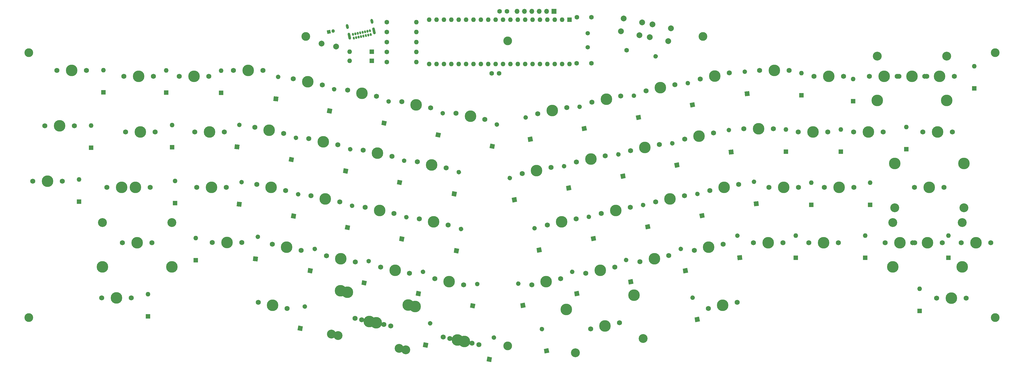
<source format=gbr>
%TF.GenerationSoftware,KiCad,Pcbnew,(5.1.9)-1*%
%TF.CreationDate,2021-04-17T11:26:15+02:00*%
%TF.ProjectId,sesame,73657361-6d65-42e6-9b69-6361645f7063,rev?*%
%TF.SameCoordinates,Original*%
%TF.FileFunction,Soldermask,Top*%
%TF.FilePolarity,Negative*%
%FSLAX46Y46*%
G04 Gerber Fmt 4.6, Leading zero omitted, Abs format (unit mm)*
G04 Created by KiCad (PCBNEW (5.1.9)-1) date 2021-04-17 11:26:15*
%MOMM*%
%LPD*%
G01*
G04 APERTURE LIST*
%ADD10C,1.600000*%
%ADD11C,3.987800*%
%ADD12C,1.750000*%
%ADD13C,3.048000*%
%ADD14C,3.000000*%
%ADD15C,1.200000*%
%ADD16C,0.100000*%
%ADD17O,1.700000X1.700000*%
%ADD18R,1.700000X1.700000*%
%ADD19O,1.600000X1.600000*%
%ADD20R,1.600000X1.600000*%
%ADD21C,1.500000*%
%ADD22C,2.000000*%
G04 APERTURE END LIST*
D10*
%TO.C,C5*%
X235626900Y-68961000D03*
X240626900Y-68961000D03*
%TD*%
%TO.C,C4*%
X235563400Y-84772500D03*
X240563400Y-84772500D03*
%TD*%
%TO.C,C3*%
X208849600Y-88201500D03*
X206349600Y-88201500D03*
%TD*%
%TO.C,C2*%
X209031200Y-66929000D03*
X211531200Y-66929000D03*
%TD*%
D11*
%TO.C,MX71*%
X196900800Y-180467000D03*
D12*
X191931810Y-179410809D03*
X201869790Y-181523191D03*
%TD*%
D11*
%TO.C,MX70*%
X166598600Y-174040800D03*
D12*
X161629610Y-172984609D03*
X171567590Y-175096991D03*
D13*
X153500267Y-178397712D03*
X176792407Y-183348610D03*
D11*
X156668841Y-163490743D03*
X179960981Y-168441640D03*
%TD*%
%TO.C,MX63*%
X131000500Y-168021000D03*
D12*
X126031510Y-166964809D03*
X135969490Y-169077191D03*
%TD*%
D11*
%TO.C,MX62*%
X77279500Y-165481000D03*
D12*
X72199500Y-165481000D03*
X82359500Y-165481000D03*
%TD*%
D14*
%TO.C,REF\u002A\u002A*%
X278955500Y-75565000D03*
%TD*%
D15*
%TO.C,C1*%
X151771721Y-73665632D03*
D16*
G36*
X149842358Y-74689136D02*
G01*
X149592864Y-73515358D01*
X150766642Y-73265864D01*
X151016136Y-74439642D01*
X149842358Y-74689136D01*
G37*
%TD*%
D11*
%TO.C,MX23*%
X185674000Y-119697500D03*
D12*
X180705010Y-118641309D03*
X190642990Y-120753691D03*
%TD*%
D17*
%TO.C,AVR1*%
X215011000Y-66865500D03*
X217551000Y-66865500D03*
X220091000Y-66865500D03*
X222631000Y-66865500D03*
X225171000Y-66865500D03*
D18*
X227711000Y-66865500D03*
%TD*%
D14*
%TO.C,REF\u002A\u002A*%
X142430500Y-75565000D03*
%TD*%
D11*
%TO.C,MX61*%
X356171500Y-146494500D03*
D12*
X351091500Y-146494500D03*
X361251500Y-146494500D03*
D13*
X344265250Y-139509500D03*
X368077750Y-139509500D03*
D11*
X344265250Y-154749500D03*
X368077750Y-154749500D03*
%TD*%
%TO.C,MX59*%
X346710000Y-146494500D03*
D12*
X341630000Y-146494500D03*
X351790000Y-146494500D03*
%TD*%
D11*
%TO.C,MX31*%
X359664000Y-108394500D03*
D12*
X354584000Y-108394500D03*
X364744000Y-108394500D03*
%TD*%
D11*
%TO.C,MX15*%
X350837500Y-89281000D03*
D12*
X345757500Y-89281000D03*
X355917500Y-89281000D03*
D13*
X338931250Y-82296000D03*
X362743750Y-82296000D03*
D11*
X338931250Y-97536000D03*
X362743750Y-97536000D03*
%TD*%
%TO.C,MX33*%
X83820000Y-127444500D03*
D12*
X78740000Y-127444500D03*
X88900000Y-127444500D03*
%TD*%
D11*
%TO.C,MX18*%
X85471000Y-108394500D03*
D12*
X80391000Y-108394500D03*
X90551000Y-108394500D03*
%TD*%
D11*
%TO.C,MX69*%
X79070200Y-127457200D03*
D12*
X73990200Y-127457200D03*
X84150200Y-127457200D03*
%TD*%
D19*
%TO.C,D60*%
X334772000Y-144018000D03*
D20*
X334772000Y-151638000D03*
%TD*%
D19*
%TO.C,U1*%
X233045000Y-85026500D03*
X184785000Y-69786500D03*
X230505000Y-85026500D03*
X187325000Y-69786500D03*
X227965000Y-85026500D03*
X189865000Y-69786500D03*
X225425000Y-85026500D03*
X192405000Y-69786500D03*
X222885000Y-85026500D03*
X194945000Y-69786500D03*
X220345000Y-85026500D03*
X197485000Y-69786500D03*
X217805000Y-85026500D03*
X200025000Y-69786500D03*
X215265000Y-85026500D03*
X202565000Y-69786500D03*
X212725000Y-85026500D03*
X205105000Y-69786500D03*
X210185000Y-85026500D03*
X207645000Y-69786500D03*
X207645000Y-85026500D03*
X210185000Y-69786500D03*
X205105000Y-85026500D03*
X212725000Y-69786500D03*
X202565000Y-85026500D03*
X215265000Y-69786500D03*
X200025000Y-85026500D03*
X217805000Y-69786500D03*
X197485000Y-85026500D03*
X220345000Y-69786500D03*
X194945000Y-85026500D03*
X222885000Y-69786500D03*
X192405000Y-85026500D03*
X225425000Y-69786500D03*
X189865000Y-85026500D03*
X227965000Y-69786500D03*
X187325000Y-85026500D03*
X230505000Y-69786500D03*
X184785000Y-85026500D03*
D20*
X233045000Y-69786500D03*
%TD*%
D11*
%TO.C,MX5*%
X143065500Y-91122500D03*
D12*
X138096510Y-90066309D03*
X148034490Y-92178691D03*
%TD*%
D14*
%TO.C,REF\u002A\u002A*%
X211836000Y-181991000D03*
%TD*%
%TO.C,REF\u002A\u002A*%
X379476000Y-172212000D03*
%TD*%
%TO.C,REF\u002A\u002A*%
X379476000Y-81153000D03*
%TD*%
%TO.C,REF\u002A\u002A*%
X47117000Y-81153000D03*
%TD*%
%TO.C,REF\u002A\u002A*%
X47117000Y-172212000D03*
%TD*%
%TO.C,REF\u002A\u002A*%
X211836000Y-77089000D03*
%TD*%
D21*
%TO.C,XTAL1*%
X239331500Y-79302000D03*
X239331500Y-74422000D03*
%TD*%
D11*
%TO.C,MX24*%
X221742000Y-121666000D03*
D12*
X216773010Y-122722191D03*
X226710990Y-120609809D03*
%TD*%
D11*
%TO.C,MX28*%
X298132500Y-107315000D03*
D12*
X293052500Y-107315000D03*
X303212500Y-107315000D03*
%TD*%
D11*
%TO.C,MX66*%
X245300500Y-175069500D03*
D12*
X240331510Y-176125691D03*
X250269490Y-174013309D03*
D13*
X235106693Y-184377310D03*
X258398833Y-179426412D03*
D11*
X231938119Y-169470340D03*
X255230259Y-164519443D03*
%TD*%
%TO.C,MX65*%
X194564000Y-179959000D03*
D12*
X189595010Y-178902809D03*
X199532990Y-181015191D03*
%TD*%
D11*
%TO.C,MX64*%
X164274500Y-173545500D03*
D12*
X159305510Y-172489309D03*
X169243490Y-174601691D03*
D13*
X151176167Y-177902412D03*
X174468307Y-182853310D03*
D11*
X154344741Y-162995443D03*
X177636881Y-167946340D03*
%TD*%
%TO.C,MX46*%
X356806500Y-127444500D03*
D12*
X351726500Y-127444500D03*
X361886500Y-127444500D03*
D13*
X344900250Y-134429500D03*
X368712750Y-134429500D03*
D11*
X344900250Y-119189500D03*
X368712750Y-119189500D03*
%TD*%
%TO.C,MX47*%
X84391500Y-146494500D03*
D12*
X79311500Y-146494500D03*
X89471500Y-146494500D03*
D13*
X72485250Y-139509500D03*
X96297750Y-139509500D03*
D11*
X72485250Y-154749500D03*
X96297750Y-154749500D03*
%TD*%
%TO.C,MX16*%
X360299000Y-89281000D03*
D12*
X355219000Y-89281000D03*
X365379000Y-89281000D03*
%TD*%
D11*
%TO.C,MX45*%
X341249000Y-89281000D03*
D12*
X336169000Y-89281000D03*
X346329000Y-89281000D03*
%TD*%
D11*
%TO.C,MX68*%
X364426500Y-165544500D03*
D12*
X359346500Y-165544500D03*
X369506500Y-165544500D03*
%TD*%
D11*
%TO.C,MX67*%
X285750000Y-168021000D03*
D12*
X280781010Y-169077191D03*
X290718990Y-166964809D03*
%TD*%
D11*
%TO.C,MX60*%
X372872000Y-146494500D03*
D12*
X367792000Y-146494500D03*
X377952000Y-146494500D03*
%TD*%
D11*
%TO.C,MX58*%
X320484500Y-146494500D03*
D12*
X315404500Y-146494500D03*
X325564500Y-146494500D03*
%TD*%
D11*
%TO.C,MX57*%
X301434500Y-146494500D03*
D12*
X296354500Y-146494500D03*
X306514500Y-146494500D03*
%TD*%
D11*
%TO.C,MX56*%
X280924000Y-148018500D03*
D12*
X275955010Y-149074691D03*
X285892990Y-146962309D03*
%TD*%
D11*
%TO.C,MX55*%
X262255000Y-151955500D03*
D12*
X257286010Y-153011691D03*
X267223990Y-150899309D03*
%TD*%
D11*
%TO.C,MX54*%
X243649500Y-155956000D03*
D12*
X238680510Y-157012191D03*
X248618490Y-154899809D03*
%TD*%
D11*
%TO.C,MX53*%
X225044000Y-159893000D03*
D12*
X220075010Y-160949191D03*
X230012990Y-158836809D03*
%TD*%
D11*
%TO.C,MX52*%
X191706500Y-159893000D03*
D12*
X186737510Y-158836809D03*
X196675490Y-160949191D03*
%TD*%
D11*
%TO.C,MX51*%
X173101000Y-155956000D03*
D12*
X168132010Y-154899809D03*
X178069990Y-157012191D03*
%TD*%
D11*
%TO.C,MX50*%
X154432000Y-152019000D03*
D12*
X149463010Y-150962809D03*
X159400990Y-153075191D03*
%TD*%
D11*
%TO.C,MX49*%
X135826500Y-148018500D03*
D12*
X130857510Y-146962309D03*
X140795490Y-149074691D03*
%TD*%
D11*
%TO.C,MX48*%
X115316000Y-146431000D03*
D12*
X110236000Y-146431000D03*
X120396000Y-146431000D03*
%TD*%
D11*
%TO.C,MX44*%
X325818500Y-127444500D03*
D12*
X320738500Y-127444500D03*
X330898500Y-127444500D03*
%TD*%
D11*
%TO.C,MX43*%
X306768500Y-127444500D03*
D12*
X301688500Y-127444500D03*
X311848500Y-127444500D03*
%TD*%
D11*
%TO.C,MX42*%
X286258000Y-127444500D03*
D12*
X281289010Y-128500691D03*
X291226990Y-126388309D03*
%TD*%
D11*
%TO.C,MX41*%
X267652500Y-131381500D03*
D12*
X262683510Y-132437691D03*
X272621490Y-130325309D03*
%TD*%
D11*
%TO.C,MX40*%
X248983500Y-135382000D03*
D12*
X244014510Y-136438191D03*
X253952490Y-134325809D03*
%TD*%
D11*
%TO.C,MX39*%
X230378000Y-139319000D03*
D12*
X225409010Y-140375191D03*
X235346990Y-138262809D03*
%TD*%
D11*
%TO.C,MX38*%
X186372500Y-139319000D03*
D12*
X181403510Y-138262809D03*
X191341490Y-140375191D03*
%TD*%
D11*
%TO.C,MX37*%
X167767000Y-135382000D03*
D12*
X162798010Y-134325809D03*
X172735990Y-136438191D03*
%TD*%
D11*
%TO.C,MX36*%
X149098000Y-131381500D03*
D12*
X144129010Y-130325309D03*
X154066990Y-132437691D03*
%TD*%
D11*
%TO.C,MX35*%
X130492500Y-127444500D03*
D12*
X125523510Y-126388309D03*
X135461490Y-128500691D03*
%TD*%
D11*
%TO.C,MX34*%
X109982000Y-127444500D03*
D12*
X104902000Y-127444500D03*
X115062000Y-127444500D03*
%TD*%
D11*
%TO.C,MX32*%
X53594000Y-125285500D03*
D12*
X48514000Y-125285500D03*
X58674000Y-125285500D03*
%TD*%
D11*
%TO.C,MX30*%
X335851500Y-108394500D03*
D12*
X330771500Y-108394500D03*
X340931500Y-108394500D03*
%TD*%
D11*
%TO.C,MX29*%
X316801500Y-108394500D03*
D12*
X311721500Y-108394500D03*
X321881500Y-108394500D03*
%TD*%
D11*
%TO.C,MX27*%
X277622000Y-109791500D03*
D12*
X272653010Y-110847691D03*
X282590990Y-108735309D03*
%TD*%
D11*
%TO.C,MX26*%
X259016500Y-113728500D03*
D12*
X254047510Y-114784691D03*
X263985490Y-112672309D03*
%TD*%
D11*
%TO.C,MX25*%
X240411000Y-117665500D03*
D12*
X235442010Y-118721691D03*
X245379990Y-116609309D03*
%TD*%
D11*
%TO.C,MX22*%
X167068500Y-115697000D03*
D12*
X162099510Y-114640809D03*
X172037490Y-116753191D03*
%TD*%
D11*
%TO.C,MX21*%
X148399500Y-111760000D03*
D12*
X143430510Y-110703809D03*
X153368490Y-112816191D03*
%TD*%
D11*
%TO.C,MX20*%
X129794000Y-107823000D03*
D12*
X124825010Y-106766809D03*
X134762990Y-108879191D03*
%TD*%
D11*
%TO.C,MX19*%
X109283500Y-108394500D03*
D12*
X104203500Y-108394500D03*
X114363500Y-108394500D03*
%TD*%
D11*
%TO.C,MX17*%
X57721500Y-106235500D03*
D12*
X52641500Y-106235500D03*
X62801500Y-106235500D03*
%TD*%
D11*
%TO.C,MX14*%
X322199000Y-89281000D03*
D12*
X317119000Y-89281000D03*
X327279000Y-89281000D03*
%TD*%
D11*
%TO.C,MX13*%
X303530000Y-87185500D03*
D12*
X298450000Y-87185500D03*
X308610000Y-87185500D03*
%TD*%
D11*
%TO.C,MX12*%
X283019500Y-89154000D03*
D12*
X278050510Y-90210191D03*
X287988490Y-88097809D03*
%TD*%
D11*
%TO.C,MX11*%
X264350500Y-93154500D03*
D12*
X259381510Y-94210691D03*
X269319490Y-92098309D03*
%TD*%
D11*
%TO.C,MX10*%
X245745000Y-97091500D03*
D12*
X240776010Y-98147691D03*
X250713990Y-96035309D03*
%TD*%
D11*
%TO.C,MX9*%
X227139500Y-101028500D03*
D12*
X222170510Y-102084691D03*
X232108490Y-99972309D03*
%TD*%
D11*
%TO.C,MX8*%
X199009000Y-102997000D03*
D12*
X194040010Y-101940809D03*
X203977990Y-104053191D03*
%TD*%
D11*
%TO.C,MX7*%
X180340000Y-99060000D03*
D12*
X175371010Y-98003809D03*
X185308990Y-100116191D03*
%TD*%
D11*
%TO.C,MX6*%
X161734500Y-95059500D03*
D12*
X156765510Y-94003309D03*
X166703490Y-96115691D03*
%TD*%
D11*
%TO.C,MX4*%
X122555000Y-87185500D03*
D12*
X117475000Y-87185500D03*
X127635000Y-87185500D03*
%TD*%
D11*
%TO.C,MX3*%
X103981250Y-89281000D03*
D12*
X98901250Y-89281000D03*
X109061250Y-89281000D03*
%TD*%
D11*
%TO.C,MX2*%
X84931250Y-89281000D03*
D12*
X79851250Y-89281000D03*
X90011250Y-89281000D03*
%TD*%
D11*
%TO.C,MX1*%
X61849000Y-87185500D03*
D12*
X56769000Y-87185500D03*
X66929000Y-87185500D03*
%TD*%
%TO.C,USB1*%
G36*
G01*
X163324913Y-74995366D02*
X163397683Y-75337718D01*
G75*
G02*
X163147356Y-75723187I-317898J-67571D01*
G01*
X163147356Y-75723187D01*
G75*
G02*
X162761887Y-75472860I-67571J317898D01*
G01*
X162689117Y-75130508D01*
G75*
G02*
X162939444Y-74745039I317898J67571D01*
G01*
X162939444Y-74745039D01*
G75*
G02*
X163324913Y-74995366I67571J-317898D01*
G01*
G37*
G36*
G01*
X164987763Y-74641916D02*
X165060533Y-74984268D01*
G75*
G02*
X164810206Y-75369737I-317898J-67571D01*
G01*
X164810206Y-75369737D01*
G75*
G02*
X164424737Y-75119410I-67571J317898D01*
G01*
X164351967Y-74777058D01*
G75*
G02*
X164602294Y-74391589I317898J67571D01*
G01*
X164602294Y-74391589D01*
G75*
G02*
X164987763Y-74641916I67571J-317898D01*
G01*
G37*
G36*
G01*
X164156338Y-74818641D02*
X164229108Y-75160993D01*
G75*
G02*
X163978781Y-75546462I-317898J-67571D01*
G01*
X163978781Y-75546462D01*
G75*
G02*
X163593312Y-75296135I-67571J317898D01*
G01*
X163520542Y-74953783D01*
G75*
G02*
X163770869Y-74568314I317898J67571D01*
G01*
X163770869Y-74568314D01*
G75*
G02*
X164156338Y-74818641I67571J-317898D01*
G01*
G37*
G36*
G01*
X162493487Y-75172091D02*
X162566257Y-75514443D01*
G75*
G02*
X162315930Y-75899912I-317898J-67571D01*
G01*
X162315930Y-75899912D01*
G75*
G02*
X161930461Y-75649585I-67571J317898D01*
G01*
X161857691Y-75307233D01*
G75*
G02*
X162108018Y-74921764I317898J67571D01*
G01*
X162108018Y-74921764D01*
G75*
G02*
X162493487Y-75172091I67571J-317898D01*
G01*
G37*
G36*
G01*
X161662062Y-75348816D02*
X161734832Y-75691168D01*
G75*
G02*
X161484505Y-76076637I-317898J-67571D01*
G01*
X161484505Y-76076637D01*
G75*
G02*
X161099036Y-75826310I-67571J317898D01*
G01*
X161026266Y-75483958D01*
G75*
G02*
X161276593Y-75098489I317898J67571D01*
G01*
X161276593Y-75098489D01*
G75*
G02*
X161662062Y-75348816I67571J-317898D01*
G01*
G37*
G36*
G01*
X160830636Y-75525541D02*
X160903406Y-75867893D01*
G75*
G02*
X160653079Y-76253362I-317898J-67571D01*
G01*
X160653079Y-76253362D01*
G75*
G02*
X160267610Y-76003035I-67571J317898D01*
G01*
X160194840Y-75660683D01*
G75*
G02*
X160445167Y-75275214I317898J67571D01*
G01*
X160445167Y-75275214D01*
G75*
G02*
X160830636Y-75525541I67571J-317898D01*
G01*
G37*
G36*
G01*
X159999211Y-75702266D02*
X160071981Y-76044618D01*
G75*
G02*
X159821654Y-76430087I-317898J-67571D01*
G01*
X159821654Y-76430087D01*
G75*
G02*
X159436185Y-76179760I-67571J317898D01*
G01*
X159363415Y-75837408D01*
G75*
G02*
X159613742Y-75451939I317898J67571D01*
G01*
X159613742Y-75451939D01*
G75*
G02*
X159999211Y-75702266I67571J-317898D01*
G01*
G37*
G36*
G01*
X159167785Y-75878991D02*
X159240555Y-76221343D01*
G75*
G02*
X158990228Y-76606812I-317898J-67571D01*
G01*
X158990228Y-76606812D01*
G75*
G02*
X158604759Y-76356485I-67571J317898D01*
G01*
X158531989Y-76014133D01*
G75*
G02*
X158782316Y-75628664I317898J67571D01*
G01*
X158782316Y-75628664D01*
G75*
G02*
X159167785Y-75878991I67571J-317898D01*
G01*
G37*
G36*
G01*
X164712280Y-73345871D02*
X164785050Y-73688223D01*
G75*
G02*
X164534723Y-74073692I-317898J-67571D01*
G01*
X164534723Y-74073692D01*
G75*
G02*
X164149254Y-73823365I-67571J317898D01*
G01*
X164076484Y-73481013D01*
G75*
G02*
X164326811Y-73095544I317898J67571D01*
G01*
X164326811Y-73095544D01*
G75*
G02*
X164712280Y-73345871I67571J-317898D01*
G01*
G37*
G36*
G01*
X163875964Y-73523635D02*
X163948734Y-73865987D01*
G75*
G02*
X163698407Y-74251456I-317898J-67571D01*
G01*
X163698407Y-74251456D01*
G75*
G02*
X163312938Y-74001129I-67571J317898D01*
G01*
X163240168Y-73658777D01*
G75*
G02*
X163490495Y-73273308I317898J67571D01*
G01*
X163490495Y-73273308D01*
G75*
G02*
X163875964Y-73523635I67571J-317898D01*
G01*
G37*
G36*
G01*
X163044539Y-73700360D02*
X163117309Y-74042712D01*
G75*
G02*
X162866982Y-74428181I-317898J-67571D01*
G01*
X162866982Y-74428181D01*
G75*
G02*
X162481513Y-74177854I-67571J317898D01*
G01*
X162408743Y-73835502D01*
G75*
G02*
X162659070Y-73450033I317898J67571D01*
G01*
X162659070Y-73450033D01*
G75*
G02*
X163044539Y-73700360I67571J-317898D01*
G01*
G37*
G36*
G01*
X162213113Y-73877085D02*
X162285883Y-74219437D01*
G75*
G02*
X162035556Y-74604906I-317898J-67571D01*
G01*
X162035556Y-74604906D01*
G75*
G02*
X161650087Y-74354579I-67571J317898D01*
G01*
X161577317Y-74012227D01*
G75*
G02*
X161827644Y-73626758I317898J67571D01*
G01*
X161827644Y-73626758D01*
G75*
G02*
X162213113Y-73877085I67571J-317898D01*
G01*
G37*
G36*
G01*
X161381688Y-74053810D02*
X161454458Y-74396162D01*
G75*
G02*
X161204131Y-74781631I-317898J-67571D01*
G01*
X161204131Y-74781631D01*
G75*
G02*
X160818662Y-74531304I-67571J317898D01*
G01*
X160745892Y-74188952D01*
G75*
G02*
X160996219Y-73803483I317898J67571D01*
G01*
X160996219Y-73803483D01*
G75*
G02*
X161381688Y-74053810I67571J-317898D01*
G01*
G37*
G36*
G01*
X160550262Y-74230535D02*
X160623032Y-74572887D01*
G75*
G02*
X160372705Y-74958356I-317898J-67571D01*
G01*
X160372705Y-74958356D01*
G75*
G02*
X159987236Y-74708029I-67571J317898D01*
G01*
X159914466Y-74365677D01*
G75*
G02*
X160164793Y-73980208I317898J67571D01*
G01*
X160164793Y-73980208D01*
G75*
G02*
X160550262Y-74230535I67571J-317898D01*
G01*
G37*
G36*
G01*
X159718837Y-74407260D02*
X159791607Y-74749612D01*
G75*
G02*
X159541280Y-75135081I-317898J-67571D01*
G01*
X159541280Y-75135081D01*
G75*
G02*
X159155811Y-74884754I-67571J317898D01*
G01*
X159083041Y-74542402D01*
G75*
G02*
X159333368Y-74156933I317898J67571D01*
G01*
X159333368Y-74156933D01*
G75*
G02*
X159718837Y-74407260I67571J-317898D01*
G01*
G37*
G36*
G01*
X158887411Y-74583985D02*
X158960181Y-74926337D01*
G75*
G02*
X158709854Y-75311806I-317898J-67571D01*
G01*
X158709854Y-75311806D01*
G75*
G02*
X158324385Y-75061479I-67571J317898D01*
G01*
X158251615Y-74719127D01*
G75*
G02*
X158501942Y-74333658I317898J67571D01*
G01*
X158501942Y-74333658D01*
G75*
G02*
X158887411Y-74583985I67571J-317898D01*
G01*
G37*
G36*
G01*
X166107228Y-72814227D02*
X166419096Y-74281449D01*
G75*
G02*
X166072490Y-74815175I-440166J-93560D01*
G01*
X166072490Y-74815175D01*
G75*
G02*
X165538764Y-74468569I-93560J440166D01*
G01*
X165226896Y-73001347D01*
G75*
G02*
X165573502Y-72467621I440166J93560D01*
G01*
X165573502Y-72467621D01*
G75*
G02*
X166107228Y-72814227I93560J-440166D01*
G01*
G37*
G36*
G01*
X157646251Y-74612663D02*
X157958119Y-76079885D01*
G75*
G02*
X157611513Y-76613611I-440166J-93560D01*
G01*
X157611513Y-76613611D01*
G75*
G02*
X157077787Y-76267005I-93560J440166D01*
G01*
X156765919Y-74799783D01*
G75*
G02*
X157112525Y-74266057I440166J93560D01*
G01*
X157112525Y-74266057D01*
G75*
G02*
X157646251Y-74612663I93560J-440166D01*
G01*
G37*
G36*
G01*
X165477256Y-69850440D02*
X165643586Y-70632958D01*
G75*
G02*
X165296980Y-71166684I-440166J-93560D01*
G01*
X165296980Y-71166684D01*
G75*
G02*
X164763254Y-70820078I-93560J440166D01*
G01*
X164596924Y-70037560D01*
G75*
G02*
X164943530Y-69503834I440166J93560D01*
G01*
X164943530Y-69503834D01*
G75*
G02*
X165477256Y-69850440I93560J-440166D01*
G01*
G37*
G36*
G01*
X157016279Y-71648876D02*
X157182609Y-72431394D01*
G75*
G02*
X156836003Y-72965120I-440166J-93560D01*
G01*
X156836003Y-72965120D01*
G75*
G02*
X156302277Y-72618514I-93560J440166D01*
G01*
X156135947Y-71835996D01*
G75*
G02*
X156482553Y-71302270I440166J93560D01*
G01*
X156482553Y-71302270D01*
G75*
G02*
X157016279Y-71648876I93560J-440166D01*
G01*
G37*
%TD*%
D22*
%TO.C,Reset1*%
X267977959Y-72725426D03*
X267042357Y-77127090D03*
X261620000Y-71374000D03*
X260684397Y-75775664D03*
%TD*%
%TO.C,R6*%
G36*
G01*
X261885462Y-82210054D02*
X261885462Y-82210054D01*
G75*
G02*
X262834309Y-81593865I782518J-166329D01*
G01*
X262834309Y-81593865D01*
G75*
G02*
X263450498Y-82542712I-166329J-782518D01*
G01*
X263450498Y-82542712D01*
G75*
G02*
X262501651Y-83158901I-782518J166329D01*
G01*
X262501651Y-83158901D01*
G75*
G02*
X261885462Y-82210054I166329J782518D01*
G01*
G37*
D10*
X252730000Y-80264000D03*
%TD*%
D19*
%TO.C,R5*%
X180403500Y-70612000D03*
D10*
X170243500Y-70612000D03*
%TD*%
D19*
%TO.C,R4*%
X180403500Y-74041000D03*
D10*
X170243500Y-74041000D03*
%TD*%
D19*
%TO.C,R2*%
X180403500Y-80899000D03*
D10*
X170243500Y-80899000D03*
%TD*%
D19*
%TO.C,R3*%
X180403500Y-77470000D03*
D10*
X170243500Y-77470000D03*
%TD*%
D19*
%TO.C,R1*%
X180403500Y-84328000D03*
D10*
X170243500Y-84328000D03*
%TD*%
D22*
%TO.C,F1*%
X152794911Y-79043973D03*
X147828000Y-77978000D03*
%TD*%
D19*
%TO.C,D68*%
X353441000Y-162306000D03*
D20*
X353441000Y-169926000D03*
%TD*%
%TO.C,D67*%
G36*
G01*
X275569042Y-166176033D02*
X275569042Y-166176033D01*
G75*
G02*
X274620195Y-165559844I-166329J782518D01*
G01*
X274620195Y-165559844D01*
G75*
G02*
X275236384Y-164610997I782518J166329D01*
G01*
X275236384Y-164610997D01*
G75*
G02*
X276185231Y-165227186I166329J-782518D01*
G01*
X276185231Y-165227186D01*
G75*
G02*
X275569042Y-166176033I-782518J-166329D01*
G01*
G37*
D16*
G36*
X277935847Y-173463189D02*
G01*
X276370811Y-173795847D01*
X276038153Y-172230811D01*
X277603189Y-171898153D01*
X277935847Y-173463189D01*
G37*
%TD*%
%TO.C,D66*%
G36*
G01*
X223753042Y-176971033D02*
X223753042Y-176971033D01*
G75*
G02*
X222804195Y-176354844I-166329J782518D01*
G01*
X222804195Y-176354844D01*
G75*
G02*
X223420384Y-175405997I782518J166329D01*
G01*
X223420384Y-175405997D01*
G75*
G02*
X224369231Y-176022186I166329J-782518D01*
G01*
X224369231Y-176022186D01*
G75*
G02*
X223753042Y-176971033I-782518J-166329D01*
G01*
G37*
G36*
X226119847Y-184258189D02*
G01*
X224554811Y-184590847D01*
X224222153Y-183025811D01*
X225787189Y-182693153D01*
X226119847Y-184258189D01*
G37*
%TD*%
%TO.C,D65*%
G36*
G01*
X206903958Y-179892033D02*
X206903958Y-179892033D01*
G75*
G02*
X206287769Y-178943186I166329J782518D01*
G01*
X206287769Y-178943186D01*
G75*
G02*
X207236616Y-178326997I782518J-166329D01*
G01*
X207236616Y-178326997D01*
G75*
G02*
X207852805Y-179275844I-166329J-782518D01*
G01*
X207852805Y-179275844D01*
G75*
G02*
X206903958Y-179892033I-782518J166329D01*
G01*
G37*
G36*
X206102189Y-187511847D02*
G01*
X204537153Y-187179189D01*
X204869811Y-185614153D01*
X206434847Y-185946811D01*
X206102189Y-187511847D01*
G37*
%TD*%
%TO.C,D64*%
G36*
G01*
X184983758Y-174989833D02*
X184983758Y-174989833D01*
G75*
G02*
X184367569Y-174040986I166329J782518D01*
G01*
X184367569Y-174040986D01*
G75*
G02*
X185316416Y-173424797I782518J-166329D01*
G01*
X185316416Y-173424797D01*
G75*
G02*
X185932605Y-174373644I-166329J-782518D01*
G01*
X185932605Y-174373644D01*
G75*
G02*
X184983758Y-174989833I-782518J166329D01*
G01*
G37*
G36*
X184181989Y-182609647D02*
G01*
X182616953Y-182276989D01*
X182949611Y-180711953D01*
X184514647Y-181044611D01*
X184181989Y-182609647D01*
G37*
%TD*%
%TO.C,D63*%
G36*
G01*
X141879958Y-169224033D02*
X141879958Y-169224033D01*
G75*
G02*
X141263769Y-168275186I166329J782518D01*
G01*
X141263769Y-168275186D01*
G75*
G02*
X142212616Y-167658997I782518J-166329D01*
G01*
X142212616Y-167658997D01*
G75*
G02*
X142828805Y-168607844I-166329J-782518D01*
G01*
X142828805Y-168607844D01*
G75*
G02*
X141879958Y-169224033I-782518J166329D01*
G01*
G37*
G36*
X141078189Y-176843847D02*
G01*
X139513153Y-176511189D01*
X139845811Y-174946153D01*
X141410847Y-175278811D01*
X141078189Y-176843847D01*
G37*
%TD*%
D19*
%TO.C,D62*%
X88138000Y-164211000D03*
D20*
X88138000Y-171831000D03*
%TD*%
D19*
%TO.C,D61*%
X363347000Y-144018000D03*
D20*
X363347000Y-151638000D03*
%TD*%
D19*
%TO.C,D59*%
X310896000Y-144018000D03*
D20*
X310896000Y-151638000D03*
%TD*%
%TO.C,D58*%
G36*
G01*
X290879116Y-144855361D02*
X290879116Y-144855361D01*
G75*
G02*
X289999875Y-144143366I-83623J795618D01*
G01*
X289999875Y-144143366D01*
G75*
G02*
X290711870Y-143264125I795618J83623D01*
G01*
X290711870Y-143264125D01*
G75*
G02*
X291591111Y-143976120I83623J-795618D01*
G01*
X291591111Y-143976120D01*
G75*
G02*
X290879116Y-144855361I-795618J-83623D01*
G01*
G37*
D16*
G36*
X292471240Y-152349995D02*
G01*
X290880005Y-152517240D01*
X290712760Y-150926005D01*
X292303995Y-150758760D01*
X292471240Y-152349995D01*
G37*
%TD*%
%TO.C,D57*%
G36*
G01*
X271505042Y-149412033D02*
X271505042Y-149412033D01*
G75*
G02*
X270556195Y-148795844I-166329J782518D01*
G01*
X270556195Y-148795844D01*
G75*
G02*
X271172384Y-147846997I782518J166329D01*
G01*
X271172384Y-147846997D01*
G75*
G02*
X272121231Y-148463186I166329J-782518D01*
G01*
X272121231Y-148463186D01*
G75*
G02*
X271505042Y-149412033I-782518J-166329D01*
G01*
G37*
G36*
X273871847Y-156699189D02*
G01*
X272306811Y-157031847D01*
X271974153Y-155466811D01*
X273539189Y-155134153D01*
X273871847Y-156699189D01*
G37*
%TD*%
%TO.C,D56*%
G36*
G01*
X252709042Y-153222033D02*
X252709042Y-153222033D01*
G75*
G02*
X251760195Y-152605844I-166329J782518D01*
G01*
X251760195Y-152605844D01*
G75*
G02*
X252376384Y-151656997I782518J166329D01*
G01*
X252376384Y-151656997D01*
G75*
G02*
X253325231Y-152273186I166329J-782518D01*
G01*
X253325231Y-152273186D01*
G75*
G02*
X252709042Y-153222033I-782518J-166329D01*
G01*
G37*
G36*
X255075847Y-160509189D02*
G01*
X253510811Y-160841847D01*
X253178153Y-159276811D01*
X254743189Y-158944153D01*
X255075847Y-160509189D01*
G37*
%TD*%
%TO.C,D55*%
G36*
G01*
X234167042Y-157286033D02*
X234167042Y-157286033D01*
G75*
G02*
X233218195Y-156669844I-166329J782518D01*
G01*
X233218195Y-156669844D01*
G75*
G02*
X233834384Y-155720997I782518J166329D01*
G01*
X233834384Y-155720997D01*
G75*
G02*
X234783231Y-156337186I166329J-782518D01*
G01*
X234783231Y-156337186D01*
G75*
G02*
X234167042Y-157286033I-782518J-166329D01*
G01*
G37*
G36*
X236533847Y-164573189D02*
G01*
X234968811Y-164905847D01*
X234636153Y-163340811D01*
X236201189Y-163008153D01*
X236533847Y-164573189D01*
G37*
%TD*%
%TO.C,D54*%
G36*
G01*
X215625042Y-161350033D02*
X215625042Y-161350033D01*
G75*
G02*
X214676195Y-160733844I-166329J782518D01*
G01*
X214676195Y-160733844D01*
G75*
G02*
X215292384Y-159784997I782518J166329D01*
G01*
X215292384Y-159784997D01*
G75*
G02*
X216241231Y-160401186I166329J-782518D01*
G01*
X216241231Y-160401186D01*
G75*
G02*
X215625042Y-161350033I-782518J-166329D01*
G01*
G37*
G36*
X217991847Y-168637189D02*
G01*
X216426811Y-168969847D01*
X216094153Y-167404811D01*
X217659189Y-167072153D01*
X217991847Y-168637189D01*
G37*
%TD*%
%TO.C,D53*%
G36*
G01*
X201188958Y-161477033D02*
X201188958Y-161477033D01*
G75*
G02*
X200572769Y-160528186I166329J782518D01*
G01*
X200572769Y-160528186D01*
G75*
G02*
X201521616Y-159911997I782518J-166329D01*
G01*
X201521616Y-159911997D01*
G75*
G02*
X202137805Y-160860844I-166329J-782518D01*
G01*
X202137805Y-160860844D01*
G75*
G02*
X201188958Y-161477033I-782518J166329D01*
G01*
G37*
G36*
X200387189Y-169096847D02*
G01*
X198822153Y-168764189D01*
X199154811Y-167199153D01*
X200719847Y-167531811D01*
X200387189Y-169096847D01*
G37*
%TD*%
%TO.C,D52*%
G36*
G01*
X182519958Y-157286033D02*
X182519958Y-157286033D01*
G75*
G02*
X181903769Y-156337186I166329J782518D01*
G01*
X181903769Y-156337186D01*
G75*
G02*
X182852616Y-155720997I782518J-166329D01*
G01*
X182852616Y-155720997D01*
G75*
G02*
X183468805Y-156669844I-166329J-782518D01*
G01*
X183468805Y-156669844D01*
G75*
G02*
X182519958Y-157286033I-782518J166329D01*
G01*
G37*
G36*
X181718189Y-164905847D02*
G01*
X180153153Y-164573189D01*
X180485811Y-163008153D01*
X182050847Y-163340811D01*
X181718189Y-164905847D01*
G37*
%TD*%
%TO.C,D51*%
G36*
G01*
X163850958Y-153603033D02*
X163850958Y-153603033D01*
G75*
G02*
X163234769Y-152654186I166329J782518D01*
G01*
X163234769Y-152654186D01*
G75*
G02*
X164183616Y-152037997I782518J-166329D01*
G01*
X164183616Y-152037997D01*
G75*
G02*
X164799805Y-152986844I-166329J-782518D01*
G01*
X164799805Y-152986844D01*
G75*
G02*
X163850958Y-153603033I-782518J166329D01*
G01*
G37*
G36*
X163049189Y-161222847D02*
G01*
X161484153Y-160890189D01*
X161816811Y-159325153D01*
X163381847Y-159657811D01*
X163049189Y-161222847D01*
G37*
%TD*%
%TO.C,D50*%
G36*
G01*
X145308958Y-149412033D02*
X145308958Y-149412033D01*
G75*
G02*
X144692769Y-148463186I166329J782518D01*
G01*
X144692769Y-148463186D01*
G75*
G02*
X145641616Y-147846997I782518J-166329D01*
G01*
X145641616Y-147846997D01*
G75*
G02*
X146257805Y-148795844I-166329J-782518D01*
G01*
X146257805Y-148795844D01*
G75*
G02*
X145308958Y-149412033I-782518J166329D01*
G01*
G37*
G36*
X144507189Y-157031847D02*
G01*
X142942153Y-156699189D01*
X143274811Y-155134153D01*
X144839847Y-155466811D01*
X144507189Y-157031847D01*
G37*
%TD*%
%TO.C,D49*%
G36*
G01*
X125807884Y-145236361D02*
X125807884Y-145236361D01*
G75*
G02*
X125095889Y-144357120I83623J795618D01*
G01*
X125095889Y-144357120D01*
G75*
G02*
X125975130Y-143645125I795618J-83623D01*
G01*
X125975130Y-143645125D01*
G75*
G02*
X126687125Y-144524366I-83623J-795618D01*
G01*
X126687125Y-144524366D01*
G75*
G02*
X125807884Y-145236361I-795618J83623D01*
G01*
G37*
G36*
X125806995Y-152898240D02*
G01*
X124215760Y-152730995D01*
X124383005Y-151139760D01*
X125974240Y-151307005D01*
X125806995Y-152898240D01*
G37*
%TD*%
D19*
%TO.C,D48*%
X104521000Y-144907000D03*
D20*
X104521000Y-152527000D03*
%TD*%
D19*
%TO.C,D47*%
X336423000Y-125857000D03*
D20*
X336423000Y-133477000D03*
%TD*%
D19*
%TO.C,D45*%
X316230000Y-125857000D03*
D20*
X316230000Y-133477000D03*
%TD*%
%TO.C,D44*%
G36*
G01*
X296594116Y-126313361D02*
X296594116Y-126313361D01*
G75*
G02*
X295714875Y-125601366I-83623J795618D01*
G01*
X295714875Y-125601366D01*
G75*
G02*
X296426870Y-124722125I795618J83623D01*
G01*
X296426870Y-124722125D01*
G75*
G02*
X297306111Y-125434120I83623J-795618D01*
G01*
X297306111Y-125434120D01*
G75*
G02*
X296594116Y-126313361I-795618J-83623D01*
G01*
G37*
D16*
G36*
X298186240Y-133807995D02*
G01*
X296595005Y-133975240D01*
X296427760Y-132384005D01*
X298018995Y-132216760D01*
X298186240Y-133807995D01*
G37*
%TD*%
%TO.C,D43*%
G36*
G01*
X277220042Y-130489033D02*
X277220042Y-130489033D01*
G75*
G02*
X276271195Y-129872844I-166329J782518D01*
G01*
X276271195Y-129872844D01*
G75*
G02*
X276887384Y-128923997I782518J166329D01*
G01*
X276887384Y-128923997D01*
G75*
G02*
X277836231Y-129540186I166329J-782518D01*
G01*
X277836231Y-129540186D01*
G75*
G02*
X277220042Y-130489033I-782518J-166329D01*
G01*
G37*
G36*
X279586847Y-137776189D02*
G01*
X278021811Y-138108847D01*
X277689153Y-136543811D01*
X279254189Y-136211153D01*
X279586847Y-137776189D01*
G37*
%TD*%
%TO.C,D42*%
G36*
G01*
X258551042Y-134299033D02*
X258551042Y-134299033D01*
G75*
G02*
X257602195Y-133682844I-166329J782518D01*
G01*
X257602195Y-133682844D01*
G75*
G02*
X258218384Y-132733997I782518J166329D01*
G01*
X258218384Y-132733997D01*
G75*
G02*
X259167231Y-133350186I166329J-782518D01*
G01*
X259167231Y-133350186D01*
G75*
G02*
X258551042Y-134299033I-782518J-166329D01*
G01*
G37*
G36*
X260917847Y-141586189D02*
G01*
X259352811Y-141918847D01*
X259020153Y-140353811D01*
X260585189Y-140021153D01*
X260917847Y-141586189D01*
G37*
%TD*%
%TO.C,D41*%
G36*
G01*
X239882042Y-138363033D02*
X239882042Y-138363033D01*
G75*
G02*
X238933195Y-137746844I-166329J782518D01*
G01*
X238933195Y-137746844D01*
G75*
G02*
X239549384Y-136797997I782518J166329D01*
G01*
X239549384Y-136797997D01*
G75*
G02*
X240498231Y-137414186I166329J-782518D01*
G01*
X240498231Y-137414186D01*
G75*
G02*
X239882042Y-138363033I-782518J-166329D01*
G01*
G37*
G36*
X242248847Y-145650189D02*
G01*
X240683811Y-145982847D01*
X240351153Y-144417811D01*
X241916189Y-144085153D01*
X242248847Y-145650189D01*
G37*
%TD*%
%TO.C,D40*%
G36*
G01*
X221213042Y-142300033D02*
X221213042Y-142300033D01*
G75*
G02*
X220264195Y-141683844I-166329J782518D01*
G01*
X220264195Y-141683844D01*
G75*
G02*
X220880384Y-140734997I782518J166329D01*
G01*
X220880384Y-140734997D01*
G75*
G02*
X221829231Y-141351186I166329J-782518D01*
G01*
X221829231Y-141351186D01*
G75*
G02*
X221213042Y-142300033I-782518J-166329D01*
G01*
G37*
G36*
X223579847Y-149587189D02*
G01*
X222014811Y-149919847D01*
X221682153Y-148354811D01*
X223247189Y-148022153D01*
X223579847Y-149587189D01*
G37*
%TD*%
%TO.C,D39*%
G36*
G01*
X195600958Y-142554033D02*
X195600958Y-142554033D01*
G75*
G02*
X194984769Y-141605186I166329J782518D01*
G01*
X194984769Y-141605186D01*
G75*
G02*
X195933616Y-140988997I782518J-166329D01*
G01*
X195933616Y-140988997D01*
G75*
G02*
X196549805Y-141937844I-166329J-782518D01*
G01*
X196549805Y-141937844D01*
G75*
G02*
X195600958Y-142554033I-782518J166329D01*
G01*
G37*
G36*
X194799189Y-150173847D02*
G01*
X193234153Y-149841189D01*
X193566811Y-148276153D01*
X195131847Y-148608811D01*
X194799189Y-150173847D01*
G37*
%TD*%
%TO.C,D38*%
G36*
G01*
X176804958Y-138490033D02*
X176804958Y-138490033D01*
G75*
G02*
X176188769Y-137541186I166329J782518D01*
G01*
X176188769Y-137541186D01*
G75*
G02*
X177137616Y-136924997I782518J-166329D01*
G01*
X177137616Y-136924997D01*
G75*
G02*
X177753805Y-137873844I-166329J-782518D01*
G01*
X177753805Y-137873844D01*
G75*
G02*
X176804958Y-138490033I-782518J166329D01*
G01*
G37*
G36*
X176003189Y-146109847D02*
G01*
X174438153Y-145777189D01*
X174770811Y-144212153D01*
X176335847Y-144544811D01*
X176003189Y-146109847D01*
G37*
%TD*%
%TO.C,D37*%
G36*
G01*
X158135958Y-134553033D02*
X158135958Y-134553033D01*
G75*
G02*
X157519769Y-133604186I166329J782518D01*
G01*
X157519769Y-133604186D01*
G75*
G02*
X158468616Y-132987997I782518J-166329D01*
G01*
X158468616Y-132987997D01*
G75*
G02*
X159084805Y-133936844I-166329J-782518D01*
G01*
X159084805Y-133936844D01*
G75*
G02*
X158135958Y-134553033I-782518J166329D01*
G01*
G37*
G36*
X157334189Y-142172847D02*
G01*
X155769153Y-141840189D01*
X156101811Y-140275153D01*
X157666847Y-140607811D01*
X157334189Y-142172847D01*
G37*
%TD*%
%TO.C,D36*%
G36*
G01*
X139593958Y-130616033D02*
X139593958Y-130616033D01*
G75*
G02*
X138977769Y-129667186I166329J782518D01*
G01*
X138977769Y-129667186D01*
G75*
G02*
X139926616Y-129050997I782518J-166329D01*
G01*
X139926616Y-129050997D01*
G75*
G02*
X140542805Y-129999844I-166329J-782518D01*
G01*
X140542805Y-129999844D01*
G75*
G02*
X139593958Y-130616033I-782518J166329D01*
G01*
G37*
G36*
X138792189Y-138235847D02*
G01*
X137227153Y-137903189D01*
X137559811Y-136338153D01*
X139124847Y-136670811D01*
X138792189Y-138235847D01*
G37*
%TD*%
%TO.C,D35*%
G36*
G01*
X120219884Y-126440361D02*
X120219884Y-126440361D01*
G75*
G02*
X119507889Y-125561120I83623J795618D01*
G01*
X119507889Y-125561120D01*
G75*
G02*
X120387130Y-124849125I795618J-83623D01*
G01*
X120387130Y-124849125D01*
G75*
G02*
X121099125Y-125728366I-83623J-795618D01*
G01*
X121099125Y-125728366D01*
G75*
G02*
X120219884Y-126440361I-795618J83623D01*
G01*
G37*
G36*
X120218995Y-134102240D02*
G01*
X118627760Y-133934995D01*
X118795005Y-132343760D01*
X120386240Y-132511005D01*
X120218995Y-134102240D01*
G37*
%TD*%
D19*
%TO.C,D34*%
X97409000Y-125222000D03*
D20*
X97409000Y-132842000D03*
%TD*%
D19*
%TO.C,D33*%
X64389000Y-124714000D03*
D20*
X64389000Y-132334000D03*
%TD*%
D19*
%TO.C,D32*%
X348869000Y-106680000D03*
D20*
X348869000Y-114300000D03*
%TD*%
D19*
%TO.C,D31*%
X326390000Y-107569000D03*
D20*
X326390000Y-115189000D03*
%TD*%
D19*
%TO.C,D30*%
X307467000Y-107569000D03*
D20*
X307467000Y-115189000D03*
%TD*%
%TO.C,D29*%
G36*
G01*
X287958116Y-108533361D02*
X287958116Y-108533361D01*
G75*
G02*
X287078875Y-107821366I-83623J795618D01*
G01*
X287078875Y-107821366D01*
G75*
G02*
X287790870Y-106942125I795618J83623D01*
G01*
X287790870Y-106942125D01*
G75*
G02*
X288670111Y-107654120I83623J-795618D01*
G01*
X288670111Y-107654120D01*
G75*
G02*
X287958116Y-108533361I-795618J-83623D01*
G01*
G37*
D16*
G36*
X289550240Y-116027995D02*
G01*
X287959005Y-116195240D01*
X287791760Y-114604005D01*
X289382995Y-114436760D01*
X289550240Y-116027995D01*
G37*
%TD*%
%TO.C,D28*%
G36*
G01*
X268584042Y-113090033D02*
X268584042Y-113090033D01*
G75*
G02*
X267635195Y-112473844I-166329J782518D01*
G01*
X267635195Y-112473844D01*
G75*
G02*
X268251384Y-111524997I782518J166329D01*
G01*
X268251384Y-111524997D01*
G75*
G02*
X269200231Y-112141186I166329J-782518D01*
G01*
X269200231Y-112141186D01*
G75*
G02*
X268584042Y-113090033I-782518J-166329D01*
G01*
G37*
G36*
X270950847Y-120377189D02*
G01*
X269385811Y-120709847D01*
X269053153Y-119144811D01*
X270618189Y-118812153D01*
X270950847Y-120377189D01*
G37*
%TD*%
%TO.C,D27*%
G36*
G01*
X250042042Y-116900033D02*
X250042042Y-116900033D01*
G75*
G02*
X249093195Y-116283844I-166329J782518D01*
G01*
X249093195Y-116283844D01*
G75*
G02*
X249709384Y-115334997I782518J166329D01*
G01*
X249709384Y-115334997D01*
G75*
G02*
X250658231Y-115951186I166329J-782518D01*
G01*
X250658231Y-115951186D01*
G75*
G02*
X250042042Y-116900033I-782518J-166329D01*
G01*
G37*
G36*
X252408847Y-124187189D02*
G01*
X250843811Y-124519847D01*
X250511153Y-122954811D01*
X252076189Y-122622153D01*
X252408847Y-124187189D01*
G37*
%TD*%
%TO.C,D26*%
G36*
G01*
X231373042Y-120964033D02*
X231373042Y-120964033D01*
G75*
G02*
X230424195Y-120347844I-166329J782518D01*
G01*
X230424195Y-120347844D01*
G75*
G02*
X231040384Y-119398997I782518J166329D01*
G01*
X231040384Y-119398997D01*
G75*
G02*
X231989231Y-120015186I166329J-782518D01*
G01*
X231989231Y-120015186D01*
G75*
G02*
X231373042Y-120964033I-782518J-166329D01*
G01*
G37*
G36*
X233739847Y-128251189D02*
G01*
X232174811Y-128583847D01*
X231842153Y-127018811D01*
X233407189Y-126686153D01*
X233739847Y-128251189D01*
G37*
%TD*%
%TO.C,D25*%
G36*
G01*
X212704042Y-125028033D02*
X212704042Y-125028033D01*
G75*
G02*
X211755195Y-124411844I-166329J782518D01*
G01*
X211755195Y-124411844D01*
G75*
G02*
X212371384Y-123462997I782518J166329D01*
G01*
X212371384Y-123462997D01*
G75*
G02*
X213320231Y-124079186I166329J-782518D01*
G01*
X213320231Y-124079186D01*
G75*
G02*
X212704042Y-125028033I-782518J-166329D01*
G01*
G37*
G36*
X215070847Y-132315189D02*
G01*
X213505811Y-132647847D01*
X213173153Y-131082811D01*
X214738189Y-130750153D01*
X215070847Y-132315189D01*
G37*
%TD*%
%TO.C,D24*%
G36*
G01*
X194838958Y-122996033D02*
X194838958Y-122996033D01*
G75*
G02*
X194222769Y-122047186I166329J782518D01*
G01*
X194222769Y-122047186D01*
G75*
G02*
X195171616Y-121430997I782518J-166329D01*
G01*
X195171616Y-121430997D01*
G75*
G02*
X195787805Y-122379844I-166329J-782518D01*
G01*
X195787805Y-122379844D01*
G75*
G02*
X194838958Y-122996033I-782518J166329D01*
G01*
G37*
G36*
X194037189Y-130615847D02*
G01*
X192472153Y-130283189D01*
X192804811Y-128718153D01*
X194369847Y-129050811D01*
X194037189Y-130615847D01*
G37*
%TD*%
%TO.C,D23*%
G36*
G01*
X176042958Y-119059033D02*
X176042958Y-119059033D01*
G75*
G02*
X175426769Y-118110186I166329J782518D01*
G01*
X175426769Y-118110186D01*
G75*
G02*
X176375616Y-117493997I782518J-166329D01*
G01*
X176375616Y-117493997D01*
G75*
G02*
X176991805Y-118442844I-166329J-782518D01*
G01*
X176991805Y-118442844D01*
G75*
G02*
X176042958Y-119059033I-782518J166329D01*
G01*
G37*
G36*
X175241189Y-126678847D02*
G01*
X173676153Y-126346189D01*
X174008811Y-124781153D01*
X175573847Y-125113811D01*
X175241189Y-126678847D01*
G37*
%TD*%
%TO.C,D22*%
G36*
G01*
X157500958Y-115122033D02*
X157500958Y-115122033D01*
G75*
G02*
X156884769Y-114173186I166329J782518D01*
G01*
X156884769Y-114173186D01*
G75*
G02*
X157833616Y-113556997I782518J-166329D01*
G01*
X157833616Y-113556997D01*
G75*
G02*
X158449805Y-114505844I-166329J-782518D01*
G01*
X158449805Y-114505844D01*
G75*
G02*
X157500958Y-115122033I-782518J166329D01*
G01*
G37*
G36*
X156699189Y-122741847D02*
G01*
X155134153Y-122409189D01*
X155466811Y-120844153D01*
X157031847Y-121176811D01*
X156699189Y-122741847D01*
G37*
%TD*%
%TO.C,D21*%
G36*
G01*
X138831958Y-111185033D02*
X138831958Y-111185033D01*
G75*
G02*
X138215769Y-110236186I166329J782518D01*
G01*
X138215769Y-110236186D01*
G75*
G02*
X139164616Y-109619997I782518J-166329D01*
G01*
X139164616Y-109619997D01*
G75*
G02*
X139780805Y-110568844I-166329J-782518D01*
G01*
X139780805Y-110568844D01*
G75*
G02*
X138831958Y-111185033I-782518J166329D01*
G01*
G37*
G36*
X138030189Y-118804847D02*
G01*
X136465153Y-118472189D01*
X136797811Y-116907153D01*
X138362847Y-117239811D01*
X138030189Y-118804847D01*
G37*
%TD*%
%TO.C,D20*%
G36*
G01*
X119457884Y-106755361D02*
X119457884Y-106755361D01*
G75*
G02*
X118745889Y-105876120I83623J795618D01*
G01*
X118745889Y-105876120D01*
G75*
G02*
X119625130Y-105164125I795618J-83623D01*
G01*
X119625130Y-105164125D01*
G75*
G02*
X120337125Y-106043366I-83623J-795618D01*
G01*
X120337125Y-106043366D01*
G75*
G02*
X119457884Y-106755361I-795618J83623D01*
G01*
G37*
G36*
X119456995Y-114417240D02*
G01*
X117865760Y-114249995D01*
X118033005Y-112658760D01*
X119624240Y-112826005D01*
X119456995Y-114417240D01*
G37*
%TD*%
D19*
%TO.C,D19*%
X96393000Y-106045000D03*
D20*
X96393000Y-113665000D03*
%TD*%
D19*
%TO.C,D18*%
X68580000Y-106172000D03*
D20*
X68580000Y-113792000D03*
%TD*%
D19*
%TO.C,D17*%
X372237000Y-85788500D03*
D20*
X372237000Y-93408500D03*
%TD*%
D19*
%TO.C,D46*%
X330581000Y-90170000D03*
D20*
X330581000Y-97790000D03*
%TD*%
D19*
%TO.C,D16*%
X312864500Y-88138000D03*
D20*
X312864500Y-95758000D03*
%TD*%
%TO.C,D15*%
G36*
G01*
X293419116Y-88467361D02*
X293419116Y-88467361D01*
G75*
G02*
X292539875Y-87755366I-83623J795618D01*
G01*
X292539875Y-87755366D01*
G75*
G02*
X293251870Y-86876125I795618J83623D01*
G01*
X293251870Y-86876125D01*
G75*
G02*
X294131111Y-87588120I83623J-795618D01*
G01*
X294131111Y-87588120D01*
G75*
G02*
X293419116Y-88467361I-795618J-83623D01*
G01*
G37*
D16*
G36*
X295011240Y-95961995D02*
G01*
X293420005Y-96129240D01*
X293252760Y-94538005D01*
X294843995Y-94370760D01*
X295011240Y-95961995D01*
G37*
%TD*%
%TO.C,D14*%
G36*
G01*
X273918042Y-92389033D02*
X273918042Y-92389033D01*
G75*
G02*
X272969195Y-91772844I-166329J782518D01*
G01*
X272969195Y-91772844D01*
G75*
G02*
X273585384Y-90823997I782518J166329D01*
G01*
X273585384Y-90823997D01*
G75*
G02*
X274534231Y-91440186I166329J-782518D01*
G01*
X274534231Y-91440186D01*
G75*
G02*
X273918042Y-92389033I-782518J-166329D01*
G01*
G37*
G36*
X276284847Y-99676189D02*
G01*
X274719811Y-100008847D01*
X274387153Y-98443811D01*
X275952189Y-98111153D01*
X276284847Y-99676189D01*
G37*
%TD*%
%TO.C,D13*%
G36*
G01*
X255376042Y-96707033D02*
X255376042Y-96707033D01*
G75*
G02*
X254427195Y-96090844I-166329J782518D01*
G01*
X254427195Y-96090844D01*
G75*
G02*
X255043384Y-95141997I782518J166329D01*
G01*
X255043384Y-95141997D01*
G75*
G02*
X255992231Y-95758186I166329J-782518D01*
G01*
X255992231Y-95758186D01*
G75*
G02*
X255376042Y-96707033I-782518J-166329D01*
G01*
G37*
G36*
X257742847Y-103994189D02*
G01*
X256177811Y-104326847D01*
X255845153Y-102761811D01*
X257410189Y-102429153D01*
X257742847Y-103994189D01*
G37*
%TD*%
%TO.C,D12*%
G36*
G01*
X236707042Y-100517033D02*
X236707042Y-100517033D01*
G75*
G02*
X235758195Y-99900844I-166329J782518D01*
G01*
X235758195Y-99900844D01*
G75*
G02*
X236374384Y-98951997I782518J166329D01*
G01*
X236374384Y-98951997D01*
G75*
G02*
X237323231Y-99568186I166329J-782518D01*
G01*
X237323231Y-99568186D01*
G75*
G02*
X236707042Y-100517033I-782518J-166329D01*
G01*
G37*
G36*
X239073847Y-107804189D02*
G01*
X237508811Y-108136847D01*
X237176153Y-106571811D01*
X238741189Y-106239153D01*
X239073847Y-107804189D01*
G37*
%TD*%
%TO.C,D11*%
G36*
G01*
X218165042Y-104200033D02*
X218165042Y-104200033D01*
G75*
G02*
X217216195Y-103583844I-166329J782518D01*
G01*
X217216195Y-103583844D01*
G75*
G02*
X217832384Y-102634997I782518J166329D01*
G01*
X217832384Y-102634997D01*
G75*
G02*
X218781231Y-103251186I166329J-782518D01*
G01*
X218781231Y-103251186D01*
G75*
G02*
X218165042Y-104200033I-782518J-166329D01*
G01*
G37*
G36*
X220531847Y-111487189D02*
G01*
X218966811Y-111819847D01*
X218634153Y-110254811D01*
X220199189Y-109922153D01*
X220531847Y-111487189D01*
G37*
%TD*%
%TO.C,D10*%
G36*
G01*
X207919958Y-106613033D02*
X207919958Y-106613033D01*
G75*
G02*
X207303769Y-105664186I166329J782518D01*
G01*
X207303769Y-105664186D01*
G75*
G02*
X208252616Y-105047997I782518J-166329D01*
G01*
X208252616Y-105047997D01*
G75*
G02*
X208868805Y-105996844I-166329J-782518D01*
G01*
X208868805Y-105996844D01*
G75*
G02*
X207919958Y-106613033I-782518J166329D01*
G01*
G37*
G36*
X207118189Y-114232847D02*
G01*
X205553153Y-113900189D01*
X205885811Y-112335153D01*
X207450847Y-112667811D01*
X207118189Y-114232847D01*
G37*
%TD*%
%TO.C,D9*%
G36*
G01*
X189314458Y-102739533D02*
X189314458Y-102739533D01*
G75*
G02*
X188698269Y-101790686I166329J782518D01*
G01*
X188698269Y-101790686D01*
G75*
G02*
X189647116Y-101174497I782518J-166329D01*
G01*
X189647116Y-101174497D01*
G75*
G02*
X190263305Y-102123344I-166329J-782518D01*
G01*
X190263305Y-102123344D01*
G75*
G02*
X189314458Y-102739533I-782518J166329D01*
G01*
G37*
G36*
X188512689Y-110359347D02*
G01*
X186947653Y-110026689D01*
X187280311Y-108461653D01*
X188845347Y-108794311D01*
X188512689Y-110359347D01*
G37*
%TD*%
%TO.C,D8*%
G36*
G01*
X170708958Y-98675533D02*
X170708958Y-98675533D01*
G75*
G02*
X170092769Y-97726686I166329J782518D01*
G01*
X170092769Y-97726686D01*
G75*
G02*
X171041616Y-97110497I782518J-166329D01*
G01*
X171041616Y-97110497D01*
G75*
G02*
X171657805Y-98059344I-166329J-782518D01*
G01*
X171657805Y-98059344D01*
G75*
G02*
X170708958Y-98675533I-782518J166329D01*
G01*
G37*
G36*
X169907189Y-106295347D02*
G01*
X168342153Y-105962689D01*
X168674811Y-104397653D01*
X170239847Y-104730311D01*
X169907189Y-106295347D01*
G37*
%TD*%
%TO.C,D7*%
G36*
G01*
X151976458Y-94484533D02*
X151976458Y-94484533D01*
G75*
G02*
X151360269Y-93535686I166329J782518D01*
G01*
X151360269Y-93535686D01*
G75*
G02*
X152309116Y-92919497I782518J-166329D01*
G01*
X152309116Y-92919497D01*
G75*
G02*
X152925305Y-93868344I-166329J-782518D01*
G01*
X152925305Y-93868344D01*
G75*
G02*
X151976458Y-94484533I-782518J166329D01*
G01*
G37*
G36*
X151174689Y-102104347D02*
G01*
X149609653Y-101771689D01*
X149942311Y-100206653D01*
X151507347Y-100539311D01*
X151174689Y-102104347D01*
G37*
%TD*%
%TO.C,D6*%
G36*
G01*
X132792884Y-90245361D02*
X132792884Y-90245361D01*
G75*
G02*
X132080889Y-89366120I83623J795618D01*
G01*
X132080889Y-89366120D01*
G75*
G02*
X132960130Y-88654125I795618J-83623D01*
G01*
X132960130Y-88654125D01*
G75*
G02*
X133672125Y-89533366I-83623J-795618D01*
G01*
X133672125Y-89533366D01*
G75*
G02*
X132792884Y-90245361I-795618J83623D01*
G01*
G37*
G36*
X132791995Y-97907240D02*
G01*
X131200760Y-97739995D01*
X131368005Y-96148760D01*
X132959240Y-96316005D01*
X132791995Y-97907240D01*
G37*
%TD*%
D19*
%TO.C,D5*%
X113284000Y-87312500D03*
D20*
X113284000Y-94932500D03*
%TD*%
D19*
%TO.C,D4*%
X94424500Y-87249000D03*
D20*
X94424500Y-94869000D03*
%TD*%
D19*
%TO.C,D3*%
X72834500Y-87122000D03*
D20*
X72834500Y-94742000D03*
%TD*%
D19*
%TO.C,D2*%
X157480000Y-83883500D03*
D20*
X165100000Y-83883500D03*
%TD*%
D19*
%TO.C,D1*%
X157480000Y-80772000D03*
D20*
X165100000Y-80772000D03*
%TD*%
D22*
%TO.C,Boot1*%
X258071959Y-70693426D03*
X257136357Y-75095090D03*
X251714000Y-69342000D03*
X250778397Y-73743664D03*
%TD*%
M02*

</source>
